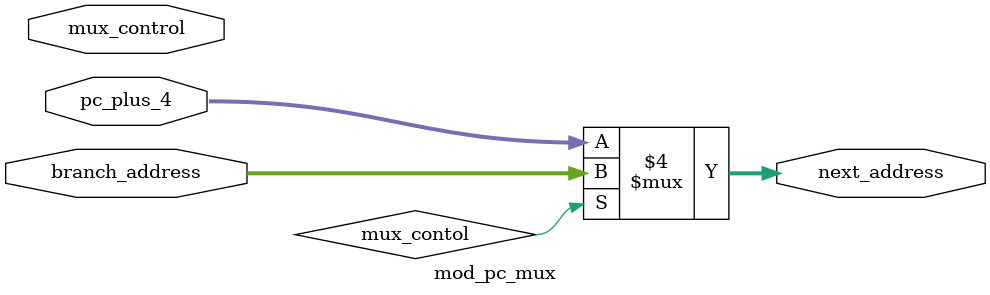
<source format=v>
/* 
Authors : Adtiya Terkar, 16EC01003, IIT Bhubaneswar
Aim : PC mux implementation
*/
//////////////////////////////////////////////////////////////////////////////////////////
//project includes
/////////////////////////////////////////////////////////////////////////////////////////

module mod_pc_mux (input mux_control,
                   input [31 : 0] pc_plus_4,
                   input [31 : 0] branch_address,
                   output reg [31 : 0] next_address
                  );

//-------------------------hardware action-------------------------------
    always @(*) begin
        if(mux_contol == 1'b1) next_address <= branch_address;
        else next_address <= pc_plus_4;
    end
//-----------------------------------------------------------------------
endmodule
</source>
